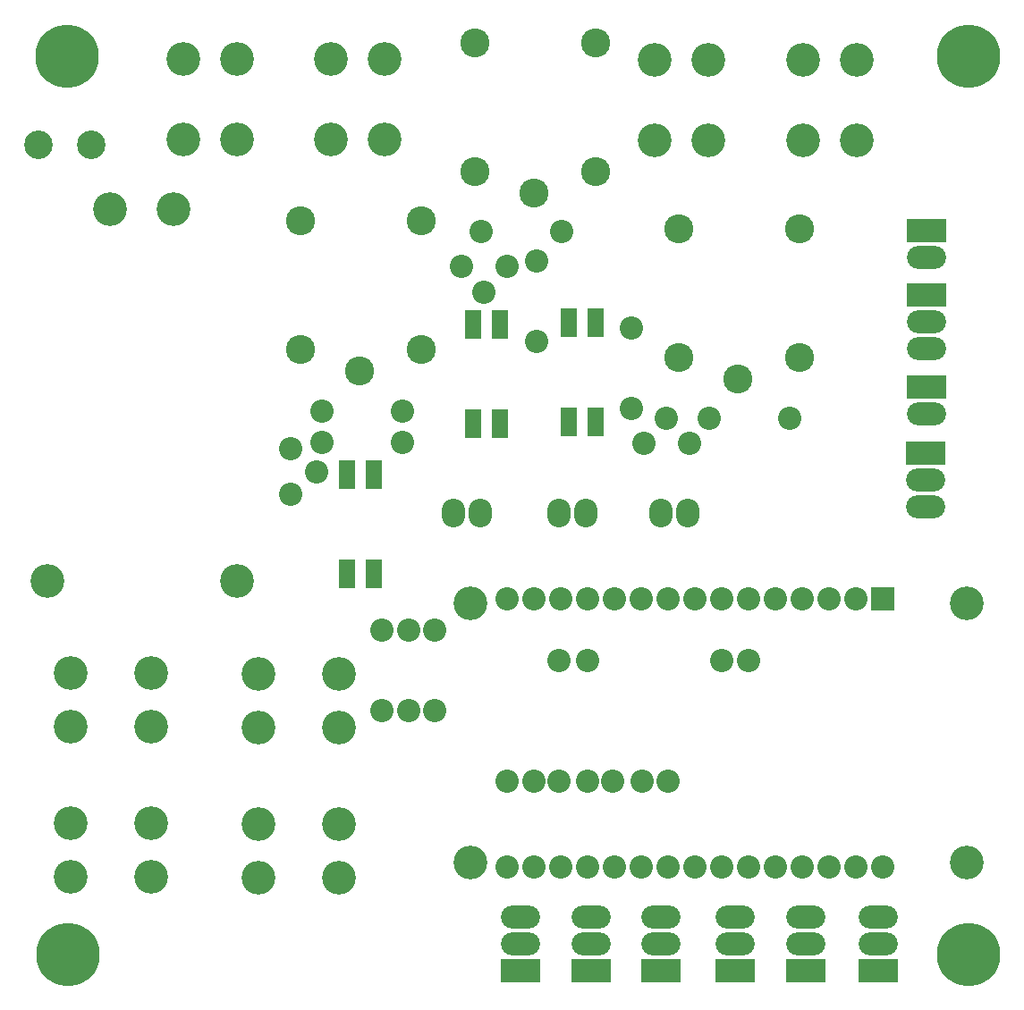
<source format=gts>
G04*
G04 #@! TF.GenerationSoftware,Altium Limited,Altium Designer,20.0.13 (296)*
G04*
G04 Layer_Color=8388736*
%FSLAX25Y25*%
%MOIN*%
G70*
G01*
G75*
%ADD18R,0.05918X0.10642*%
%ADD19C,0.10642*%
%ADD20C,0.08674*%
%ADD21C,0.12611*%
%ADD22O,0.08674X0.10642*%
%ADD23R,0.08674X0.08674*%
%ADD24C,0.10800*%
%ADD25R,0.14580X0.08674*%
%ADD26O,0.14580X0.08674*%
%ADD27C,0.23635*%
%ADD28C,0.04737*%
D18*
X313480Y358504D02*
D03*
X323520D02*
D03*
Y321496D02*
D03*
X313480D02*
D03*
X277980Y358004D02*
D03*
X288020D02*
D03*
Y320996D02*
D03*
X277980D02*
D03*
X230980Y302004D02*
D03*
X241020D02*
D03*
Y264996D02*
D03*
X230980D02*
D03*
D19*
X116000Y425000D02*
D03*
X135685D02*
D03*
D20*
X221500Y314000D02*
D03*
X251500D02*
D03*
X301500Y381500D02*
D03*
Y351500D02*
D03*
X337000Y326500D02*
D03*
Y356500D02*
D03*
X263500Y244000D02*
D03*
Y214000D02*
D03*
X254000Y244000D02*
D03*
Y214000D02*
D03*
X244000Y244000D02*
D03*
Y214000D02*
D03*
X290583Y155500D02*
D03*
X300583D02*
D03*
X310583D02*
D03*
X320583D02*
D03*
X330583D02*
D03*
X340583D02*
D03*
X350583D02*
D03*
X360583D02*
D03*
X370583D02*
D03*
X380583D02*
D03*
X390583D02*
D03*
X400583D02*
D03*
X410583D02*
D03*
X420583D02*
D03*
X430583D02*
D03*
X290583Y255500D02*
D03*
X300583D02*
D03*
X310583D02*
D03*
X320583D02*
D03*
X330583D02*
D03*
X340583D02*
D03*
X350583D02*
D03*
X360583D02*
D03*
X370583D02*
D03*
X380583D02*
D03*
X390583D02*
D03*
X400583D02*
D03*
X410583D02*
D03*
X420583D02*
D03*
X358500Y313500D02*
D03*
X350000Y323000D02*
D03*
X341500Y313500D02*
D03*
X366000Y323000D02*
D03*
X396000D02*
D03*
X281000Y392500D02*
D03*
X311000D02*
D03*
X273500Y379500D02*
D03*
X282000Y370000D02*
D03*
X290500Y379500D02*
D03*
X221500Y325500D02*
D03*
X251500D02*
D03*
X210000Y294500D02*
D03*
X219500Y303000D02*
D03*
X210000Y311500D02*
D03*
X290500Y187500D02*
D03*
X350500D02*
D03*
X341000D02*
D03*
X330000D02*
D03*
X320500D02*
D03*
X310000D02*
D03*
X300500D02*
D03*
X310000Y232500D02*
D03*
X320500D02*
D03*
X380500D02*
D03*
X370500D02*
D03*
D21*
X401000Y426500D02*
D03*
Y456500D02*
D03*
X421000Y426500D02*
D03*
Y456500D02*
D03*
X345500Y426500D02*
D03*
Y456500D02*
D03*
X365500Y426500D02*
D03*
Y456500D02*
D03*
X225000Y427000D02*
D03*
Y457000D02*
D03*
X245000Y427000D02*
D03*
Y457000D02*
D03*
X170000Y427000D02*
D03*
Y457000D02*
D03*
X190000Y427000D02*
D03*
Y457000D02*
D03*
X189959Y262134D02*
D03*
X119093D02*
D03*
X142715Y400716D02*
D03*
X166337D02*
D03*
X461921Y253847D02*
D03*
Y157350D02*
D03*
X277079D02*
D03*
Y253847D02*
D03*
X228000Y207500D02*
D03*
X198000D02*
D03*
X228000Y227500D02*
D03*
X198000D02*
D03*
X158000Y208000D02*
D03*
X128000D02*
D03*
X158000Y228000D02*
D03*
X128000D02*
D03*
X228000Y151500D02*
D03*
X198000D02*
D03*
X228000Y171500D02*
D03*
X198000D02*
D03*
X158000Y152000D02*
D03*
X128000D02*
D03*
X158000Y172000D02*
D03*
X128000D02*
D03*
D22*
X358000Y287500D02*
D03*
X348000D02*
D03*
X320000D02*
D03*
X310000D02*
D03*
X280500D02*
D03*
X270500D02*
D03*
D23*
X430583Y255500D02*
D03*
D24*
X399500Y393500D02*
D03*
X354500D02*
D03*
X376500Y337500D02*
D03*
X399500Y345500D02*
D03*
X354500D02*
D03*
X258500Y396500D02*
D03*
X213500D02*
D03*
X235500Y340500D02*
D03*
X258500Y348500D02*
D03*
X213500D02*
D03*
X323500Y463000D02*
D03*
X278500D02*
D03*
X300500Y407000D02*
D03*
X323500Y415000D02*
D03*
X278500D02*
D03*
D25*
X447000Y393000D02*
D03*
Y334500D02*
D03*
Y369000D02*
D03*
X446500Y310000D02*
D03*
X295500Y117000D02*
D03*
X322000D02*
D03*
X348000D02*
D03*
X375500D02*
D03*
X402000D02*
D03*
X429000D02*
D03*
D26*
X447000Y383000D02*
D03*
Y324500D02*
D03*
Y359000D02*
D03*
Y349000D02*
D03*
X446500Y300000D02*
D03*
Y290000D02*
D03*
X295500Y127000D02*
D03*
Y137000D02*
D03*
X322000Y127000D02*
D03*
Y137000D02*
D03*
X348000Y127000D02*
D03*
Y137000D02*
D03*
X375500Y127000D02*
D03*
Y137000D02*
D03*
X402000Y127000D02*
D03*
Y137000D02*
D03*
X429000Y127000D02*
D03*
Y137000D02*
D03*
D27*
X126500Y458000D02*
D03*
X127000Y123000D02*
D03*
X462500D02*
D03*
Y458000D02*
D03*
D28*
X132624Y451875D02*
D03*
X120376D02*
D03*
X117839Y458000D02*
D03*
X120376Y464124D02*
D03*
X132821Y464223D02*
D03*
X135358Y458098D02*
D03*
X126500Y449339D02*
D03*
Y466661D02*
D03*
X133124Y116876D02*
D03*
X120876D02*
D03*
X118339Y123000D02*
D03*
X120876Y129124D02*
D03*
X133321Y129223D02*
D03*
X135858Y123098D02*
D03*
X127000Y114339D02*
D03*
Y131661D02*
D03*
X468624Y116876D02*
D03*
X456376D02*
D03*
X453839Y123000D02*
D03*
X456376Y129124D02*
D03*
X468821Y129223D02*
D03*
X471358Y123098D02*
D03*
X462500Y114339D02*
D03*
Y131661D02*
D03*
X468624Y451875D02*
D03*
X456376D02*
D03*
X453839Y458000D02*
D03*
X456376Y464124D02*
D03*
X468821Y464223D02*
D03*
X471358Y458098D02*
D03*
X462500Y449339D02*
D03*
Y466661D02*
D03*
M02*

</source>
